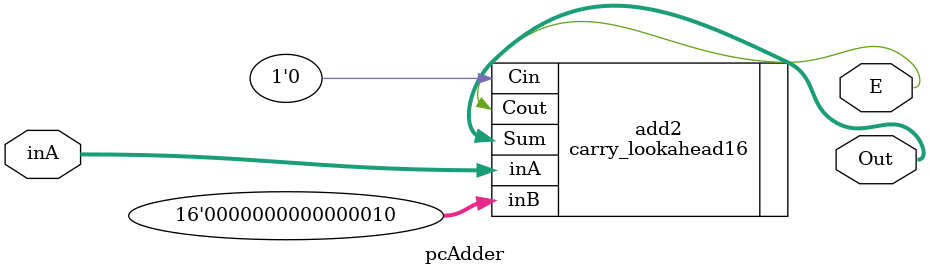
<source format=v>
module pcAdder(inA, Out, E);
    input [15:0] inA;
    output [15:0] Out;
    output E;

    carry_lookahead16 add2(
        .inA     (inA), 
        .inB     (16'h0002), 
        .Cin     (1'b0), 
        .Cout    (E), 
        .Sum     (Out)
    );
   
endmodule

</source>
